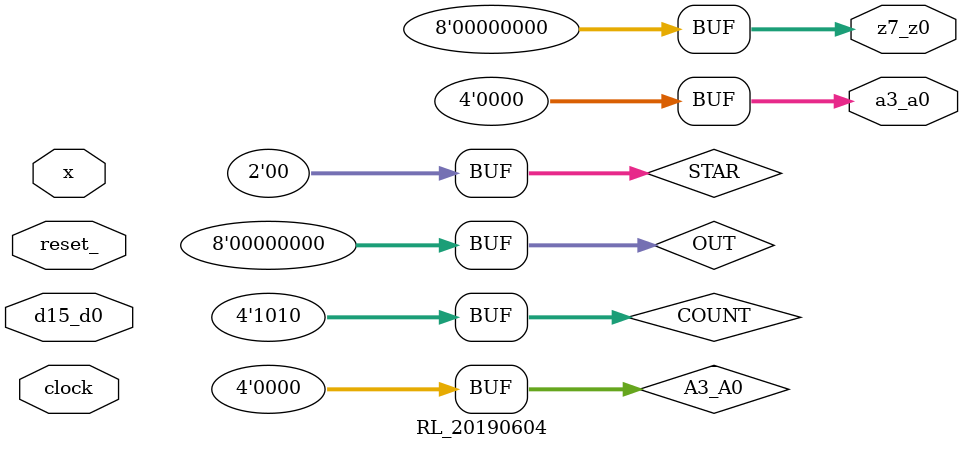
<source format=v>
/**
 * File:    RL-20190604.v
 *
 * Author:  Rambod Rahmani <rambodrahmani@autistici.org>
 *          Created on 10/07/2019.
 */

module RL_20190604(x, d15_d0, a3_a0, z7_z0, clock, reset_);
    input           clock, reset_;
    input           x;
    input   [15:0]  d15_d0;
    output  [3:0]   a3_a0;
    output  [7:0]   z7_z0;

    reg  [3:0]  A3_A0;
    reg  [7:0]  OUT;
    reg  [3:0]  COUNT;

    assign a3_a0 = A3_A0;
    assign z7_z0 = OUT;

    reg  [1:0] STAR;
    parameter S0 = 0, S1 = 1, S2 = 2, S3 = 3;

    parameter Num_Periodi = 10;

    always @(reset_ == 0) #1 begin
                                A3_A0 <= 0;
                                OUT <= 0;
                                COUNT <= Num_Periodi;
                                STAR <= S0;
                             end

    always @(posedge clock) if (reset_ == 1) #3
        casex(STAR)
            S0: begin
                    COUNT <= COUNT - 1;
                    STAR <= (COUNT == 2)? S1:S0;
                end
            S1: begin
                    COUNT <= Num_Periodi;
                    A3_A0 <= (x == 0)? d15_d0[15:12] : d15_d0[11:8];
                    OUT <= d15_d0[7:0];
                    STAR <= S0;
                end
        endcase
endmodule


</source>
